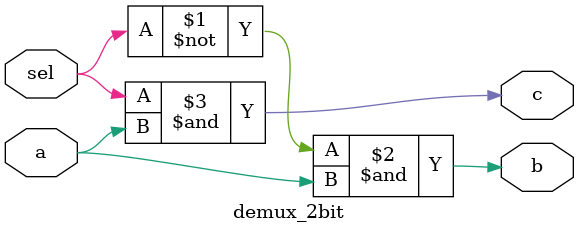
<source format=v>
module demux_2bit (
	input sel, 
	input a, 
	output b, 
	output c
);
assign b = ~sel&a;
assign c = sel&a;
endmodule 
</source>
